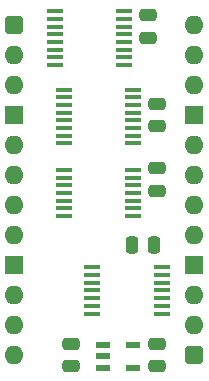
<source format=gts>
%TF.GenerationSoftware,KiCad,Pcbnew,8.0.7*%
%TF.CreationDate,2025-01-07T17:53:55+02:00*%
%TF.ProjectId,Video Row Latch,56696465-6f20-4526-9f77-204c61746368,V0*%
%TF.SameCoordinates,Original*%
%TF.FileFunction,Soldermask,Top*%
%TF.FilePolarity,Negative*%
%FSLAX46Y46*%
G04 Gerber Fmt 4.6, Leading zero omitted, Abs format (unit mm)*
G04 Created by KiCad (PCBNEW 8.0.7) date 2025-01-07 17:53:55*
%MOMM*%
%LPD*%
G01*
G04 APERTURE LIST*
G04 Aperture macros list*
%AMRoundRect*
0 Rectangle with rounded corners*
0 $1 Rounding radius*
0 $2 $3 $4 $5 $6 $7 $8 $9 X,Y pos of 4 corners*
0 Add a 4 corners polygon primitive as box body*
4,1,4,$2,$3,$4,$5,$6,$7,$8,$9,$2,$3,0*
0 Add four circle primitives for the rounded corners*
1,1,$1+$1,$2,$3*
1,1,$1+$1,$4,$5*
1,1,$1+$1,$6,$7*
1,1,$1+$1,$8,$9*
0 Add four rect primitives between the rounded corners*
20,1,$1+$1,$2,$3,$4,$5,0*
20,1,$1+$1,$4,$5,$6,$7,0*
20,1,$1+$1,$6,$7,$8,$9,0*
20,1,$1+$1,$8,$9,$2,$3,0*%
G04 Aperture macros list end*
%ADD10RoundRect,0.250000X0.475000X-0.250000X0.475000X0.250000X-0.475000X0.250000X-0.475000X-0.250000X0*%
%ADD11R,1.475000X0.450000*%
%ADD12RoundRect,0.400000X-0.400000X-0.400000X0.400000X-0.400000X0.400000X0.400000X-0.400000X0.400000X0*%
%ADD13O,1.600000X1.600000*%
%ADD14R,1.600000X1.600000*%
%ADD15R,1.450000X0.450000*%
%ADD16RoundRect,0.250000X-0.475000X0.250000X-0.475000X-0.250000X0.475000X-0.250000X0.475000X0.250000X0*%
%ADD17R,1.150000X0.600000*%
%ADD18RoundRect,0.250000X0.250000X0.475000X-0.250000X0.475000X-0.250000X-0.475000X0.250000X-0.475000X0*%
G04 APERTURE END LIST*
D10*
%TO.C,C9*%
X12065000Y-28874000D03*
X12065000Y-26974000D03*
%TD*%
D11*
%TO.C,IC6*%
X6587000Y-20529000D03*
X6587000Y-21179000D03*
X6587000Y-21829000D03*
X6587000Y-22479000D03*
X6587000Y-23129000D03*
X6587000Y-23779000D03*
X6587000Y-24429000D03*
X12463000Y-24429000D03*
X12463000Y-23779000D03*
X12463000Y-23129000D03*
X12463000Y-22479000D03*
X12463000Y-21829000D03*
X12463000Y-21179000D03*
X12463000Y-20529000D03*
%TD*%
D12*
%TO.C,J1*%
X0Y0D03*
D13*
X0Y-2540000D03*
X0Y-5080000D03*
D14*
X0Y-7620000D03*
D13*
X0Y-10160000D03*
X0Y-12700000D03*
X0Y-15240000D03*
X0Y-17780000D03*
D14*
X0Y-20320000D03*
D13*
X0Y-22860000D03*
X0Y-25400000D03*
X0Y-27940000D03*
D12*
X15240000Y-27940000D03*
D13*
X15240000Y-25400000D03*
X15240000Y-22860000D03*
D14*
X15240000Y-20320000D03*
D13*
X15240000Y-17780000D03*
X15240000Y-15240000D03*
X15240000Y-12700000D03*
X15240000Y-10160000D03*
D14*
X15240000Y-7620000D03*
D13*
X15240000Y-5080000D03*
X15240000Y-2540000D03*
X15240000Y0D03*
%TD*%
D15*
%TO.C,IC2*%
X4183000Y-5485000D03*
X4183000Y-6135000D03*
X4183000Y-6785000D03*
X4183000Y-7435000D03*
X4183000Y-8085000D03*
X4183000Y-8735000D03*
X4183000Y-9385000D03*
X4183000Y-10035000D03*
X10033000Y-10035000D03*
X10033000Y-9385000D03*
X10033000Y-8735000D03*
X10033000Y-8085000D03*
X10033000Y-7435000D03*
X10033000Y-6785000D03*
X10033000Y-6135000D03*
X10033000Y-5485000D03*
%TD*%
D11*
%TO.C,IC3*%
X4174000Y-12274000D03*
X4174000Y-12924000D03*
X4174000Y-13574000D03*
X4174000Y-14224000D03*
X4174000Y-14874000D03*
X4174000Y-15524000D03*
X4174000Y-16174000D03*
X10050000Y-16174000D03*
X10050000Y-15524000D03*
X10050000Y-14874000D03*
X10050000Y-14224000D03*
X10050000Y-13574000D03*
X10050000Y-12924000D03*
X10050000Y-12274000D03*
%TD*%
D15*
%TO.C,IC1*%
X3401000Y1165000D03*
X3401000Y515000D03*
X3401000Y-135000D03*
X3401000Y-785000D03*
X3401000Y-1435000D03*
X3401000Y-2085000D03*
X3401000Y-2735000D03*
X3401000Y-3385000D03*
X9251000Y-3385000D03*
X9251000Y-2735000D03*
X9251000Y-2085000D03*
X9251000Y-1435000D03*
X9251000Y-785000D03*
X9251000Y-135000D03*
X9251000Y515000D03*
X9251000Y1165000D03*
%TD*%
D16*
%TO.C,C1*%
X12065000Y-6686000D03*
X12065000Y-8586000D03*
%TD*%
D10*
%TO.C,C8*%
X4826000Y-28874000D03*
X4826000Y-26974000D03*
%TD*%
D16*
%TO.C,C5*%
X12065000Y-12147000D03*
X12065000Y-14047000D03*
%TD*%
D17*
%TO.C,IC7*%
X7463000Y-27117000D03*
X7463000Y-28067000D03*
X7463000Y-29017000D03*
X10063000Y-29017000D03*
X10063000Y-27117000D03*
%TD*%
D16*
%TO.C,C2*%
X11303000Y807000D03*
X11303000Y-1093000D03*
%TD*%
D18*
%TO.C,C4*%
X11856000Y-18669000D03*
X9956000Y-18669000D03*
%TD*%
M02*

</source>
